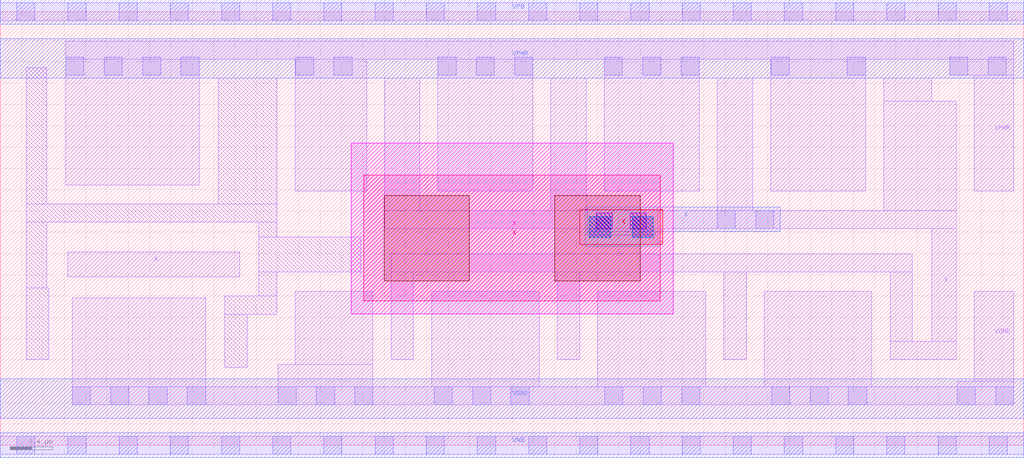
<source format=lef>
# Copyright 2020 The SkyWater PDK Authors
#
# Licensed under the Apache License, Version 2.0 (the "License");
# you may not use this file except in compliance with the License.
# You may obtain a copy of the License at
#
#     https://www.apache.org/licenses/LICENSE-2.0
#
# Unless required by applicable law or agreed to in writing, software
# distributed under the License is distributed on an "AS IS" BASIS,
# WITHOUT WARRANTIES OR CONDITIONS OF ANY KIND, either express or implied.
# See the License for the specific language governing permissions and
# limitations under the License.
#
# SPDX-License-Identifier: Apache-2.0

VERSION 5.5 ;
NAMESCASESENSITIVE ON ;
BUSBITCHARS "[]" ;
DIVIDERCHAR "/" ;
MACRO sky130_fd_sc_hvl__probe_p_8
  CLASS CORE ;
  SOURCE USER ;
  ORIGIN  0.000000  0.000000 ;
  SIZE  9.600000 BY  4.070000 ;
  SYMMETRY X Y ;
  SITE unithv ;
  PIN A
    ANTENNAGATEAREA  3.375000 ;
    DIRECTION INPUT ;
    USE SIGNAL ;
    PORT
      LAYER li1 ;
        RECT 0.635000 1.580000 2.245000 1.815000 ;
    END
  END A
  PIN X
    ANTENNAPARTIALMETALSIDEAREA  0.020000 ;
    DIRECTION OUTPUT ;
    USE SIGNAL ;
    PORT
      LAYER li1 ;
        RECT 3.605000 2.035000 8.965000 2.205000 ;
        RECT 3.605000 2.205000 3.935000 3.445000 ;
        RECT 3.665000 0.805000 3.875000 1.625000 ;
        RECT 3.665000 1.625000 8.555000 1.795000 ;
        RECT 5.165000 2.205000 5.495000 3.445000 ;
        RECT 5.225000 0.805000 5.435000 1.625000 ;
        RECT 6.725000 2.205000 7.055000 3.445000 ;
        RECT 6.785000 0.805000 6.995000 1.625000 ;
        RECT 8.285000 2.205000 8.965000 3.230000 ;
        RECT 8.285000 3.230000 8.735000 3.445000 ;
        RECT 8.345000 0.805000 8.965000 0.975000 ;
        RECT 8.345000 0.975000 8.555000 1.625000 ;
        RECT 8.735000 0.975000 8.965000 2.035000 ;
    END
    PORT
      LAYER met1 ;
        RECT 5.505000 1.975000 6.145000 2.005000 ;
        RECT 5.505000 2.005000 7.315000 2.235000 ;
    END
    PORT
      LAYER met2 ;
        RECT 5.485000 1.865000 6.165000 2.235000 ;
    END
    PORT
      LAYER met3 ;
        RECT 5.435000 1.885000 6.215000 2.215000 ;
    END
    PORT
      LAYER met4 ;
        RECT 3.410000 1.355000 6.190000 2.535000 ;
    END
    PORT
      LAYER met5 ;
        RECT 3.290000 1.235000 6.310000 2.835000 ;
    END
  END X
  PIN VGND
    DIRECTION INOUT ;
    USE GROUND ;
    PORT
      LAYER li1 ;
        RECT 0.675000 0.380000 9.505000 0.550000 ;
        RECT 0.675000 0.550000 1.925000 1.385000 ;
        RECT 2.605000 0.550000 3.495000 0.760000 ;
        RECT 2.765000 0.760000 3.495000 1.445000 ;
        RECT 4.045000 0.550000 5.055000 1.445000 ;
        RECT 5.605000 0.550000 6.615000 1.445000 ;
        RECT 7.165000 0.550000 8.175000 1.445000 ;
        RECT 8.975000 0.550000 9.505000 0.600000 ;
        RECT 9.135000 0.600000 9.505000 1.445000 ;
    END
    PORT
      LAYER met1 ;
        RECT 0.000000 0.255000 9.600000 0.625000 ;
    END
  END VGND
  PIN VNB
    DIRECTION INOUT ;
    USE GROUND ;
    PORT
      LAYER li1 ;
        RECT 0.000000 -0.085000 9.600000 0.085000 ;
    END
    PORT
      LAYER met1 ;
        RECT 0.000000 -0.115000 9.600000 0.115000 ;
    END
  END VNB
  PIN VPB
    DIRECTION INOUT ;
    USE POWER ;
    PORT
      LAYER li1 ;
        RECT 0.000000 3.985000 9.600000 4.155000 ;
    END
    PORT
      LAYER met1 ;
        RECT 0.000000 3.955000 9.600000 4.185000 ;
    END
  END VPB
  PIN VPWR
    DIRECTION INOUT ;
    USE POWER ;
    PORT
      LAYER li1 ;
        RECT 0.615000 2.445000 1.865000 3.625000 ;
        RECT 0.615000 3.625000 9.505000 3.795000 ;
        RECT 2.765000 2.385000 3.435000 3.625000 ;
        RECT 4.105000 2.385000 4.995000 3.625000 ;
        RECT 5.665000 2.385000 6.555000 3.625000 ;
        RECT 7.225000 2.385000 8.115000 3.625000 ;
        RECT 8.905000 3.475000 9.505000 3.625000 ;
        RECT 9.135000 2.385000 9.505000 3.475000 ;
    END
    PORT
      LAYER met1 ;
        RECT 0.000000 3.445000 9.600000 3.815000 ;
    END
  END VPWR
  OBS
    LAYER li1 ;
      RECT 0.245000 0.805000 0.455000 1.475000 ;
      RECT 0.245000 1.475000 0.435000 2.095000 ;
      RECT 0.245000 2.095000 2.595000 2.265000 ;
      RECT 0.245000 2.265000 0.435000 3.545000 ;
      RECT 2.045000 2.265000 2.595000 3.445000 ;
      RECT 2.105000 0.730000 2.315000 1.230000 ;
      RECT 2.105000 1.230000 2.595000 1.400000 ;
      RECT 2.425000 1.400000 2.595000 1.625000 ;
      RECT 2.425000 1.625000 3.380000 1.955000 ;
      RECT 2.425000 1.955000 2.595000 2.095000 ;
    LAYER mcon ;
      RECT 0.155000 -0.085000 0.325000 0.085000 ;
      RECT 0.155000  3.985000 0.325000 4.155000 ;
      RECT 0.615000  3.475000 0.785000 3.645000 ;
      RECT 0.635000 -0.085000 0.805000 0.085000 ;
      RECT 0.635000  3.985000 0.805000 4.155000 ;
      RECT 0.675000  0.380000 0.845000 0.550000 ;
      RECT 0.975000  3.475000 1.145000 3.645000 ;
      RECT 1.035000  0.380000 1.205000 0.550000 ;
      RECT 1.115000 -0.085000 1.285000 0.085000 ;
      RECT 1.115000  3.985000 1.285000 4.155000 ;
      RECT 1.335000  3.475000 1.505000 3.645000 ;
      RECT 1.395000  0.380000 1.565000 0.550000 ;
      RECT 1.595000 -0.085000 1.765000 0.085000 ;
      RECT 1.595000  3.985000 1.765000 4.155000 ;
      RECT 1.695000  3.475000 1.865000 3.645000 ;
      RECT 1.755000  0.380000 1.925000 0.550000 ;
      RECT 2.075000 -0.085000 2.245000 0.085000 ;
      RECT 2.075000  3.985000 2.245000 4.155000 ;
      RECT 2.555000 -0.085000 2.725000 0.085000 ;
      RECT 2.555000  3.985000 2.725000 4.155000 ;
      RECT 2.605000  0.380000 2.775000 0.550000 ;
      RECT 2.770000  3.475000 2.940000 3.645000 ;
      RECT 2.965000  0.380000 3.135000 0.550000 ;
      RECT 3.035000 -0.085000 3.205000 0.085000 ;
      RECT 3.035000  3.985000 3.205000 4.155000 ;
      RECT 3.130000  3.475000 3.300000 3.645000 ;
      RECT 3.325000  0.380000 3.495000 0.550000 ;
      RECT 3.515000 -0.085000 3.685000 0.085000 ;
      RECT 3.515000  3.985000 3.685000 4.155000 ;
      RECT 3.995000 -0.085000 4.165000 0.085000 ;
      RECT 3.995000  3.985000 4.165000 4.155000 ;
      RECT 4.070000  0.380000 4.240000 0.550000 ;
      RECT 4.105000  3.475000 4.275000 3.645000 ;
      RECT 4.430000  0.380000 4.600000 0.550000 ;
      RECT 4.465000  3.475000 4.635000 3.645000 ;
      RECT 4.475000 -0.085000 4.645000 0.085000 ;
      RECT 4.475000  3.985000 4.645000 4.155000 ;
      RECT 4.790000  0.380000 4.960000 0.550000 ;
      RECT 4.825000  3.475000 4.995000 3.645000 ;
      RECT 4.955000 -0.085000 5.125000 0.085000 ;
      RECT 4.955000  3.985000 5.125000 4.155000 ;
      RECT 5.435000 -0.085000 5.605000 0.085000 ;
      RECT 5.435000  3.985000 5.605000 4.155000 ;
      RECT 5.665000  3.475000 5.835000 3.645000 ;
      RECT 5.670000  0.380000 5.840000 0.550000 ;
      RECT 5.915000 -0.085000 6.085000 0.085000 ;
      RECT 5.915000  3.985000 6.085000 4.155000 ;
      RECT 6.025000  3.475000 6.195000 3.645000 ;
      RECT 6.030000  0.380000 6.200000 0.550000 ;
      RECT 6.385000  3.475000 6.555000 3.645000 ;
      RECT 6.390000  0.380000 6.560000 0.550000 ;
      RECT 6.395000 -0.085000 6.565000 0.085000 ;
      RECT 6.395000  3.985000 6.565000 4.155000 ;
      RECT 6.725000  2.035000 6.895000 2.205000 ;
      RECT 6.875000 -0.085000 7.045000 0.085000 ;
      RECT 6.875000  3.985000 7.045000 4.155000 ;
      RECT 7.085000  2.035000 7.255000 2.205000 ;
      RECT 7.230000  3.475000 7.400000 3.645000 ;
      RECT 7.235000  0.380000 7.405000 0.550000 ;
      RECT 7.355000 -0.085000 7.525000 0.085000 ;
      RECT 7.355000  3.985000 7.525000 4.155000 ;
      RECT 7.595000  0.380000 7.765000 0.550000 ;
      RECT 7.835000 -0.085000 8.005000 0.085000 ;
      RECT 7.835000  3.985000 8.005000 4.155000 ;
      RECT 7.945000  3.475000 8.115000 3.645000 ;
      RECT 7.955000  0.380000 8.125000 0.550000 ;
      RECT 8.315000 -0.085000 8.485000 0.085000 ;
      RECT 8.315000  3.985000 8.485000 4.155000 ;
      RECT 8.795000 -0.085000 8.965000 0.085000 ;
      RECT 8.795000  3.985000 8.965000 4.155000 ;
      RECT 8.905000  3.475000 9.075000 3.645000 ;
      RECT 8.975000  0.380000 9.145000 0.550000 ;
      RECT 9.265000  3.475000 9.435000 3.645000 ;
      RECT 9.275000 -0.085000 9.445000 0.085000 ;
      RECT 9.275000  3.985000 9.445000 4.155000 ;
      RECT 9.335000  0.380000 9.505000 0.550000 ;
    LAYER via ;
      RECT 5.590000 2.030000 5.740000 2.180000 ;
      RECT 5.910000 2.030000 6.060000 2.180000 ;
    LAYER via2 ;
      RECT 5.525000 1.950000 5.725000 2.150000 ;
      RECT 5.925000 1.950000 6.125000 2.150000 ;
    LAYER via3 ;
      RECT 5.525000 1.950000 5.725000 2.150000 ;
      RECT 5.925000 1.950000 6.125000 2.150000 ;
    LAYER via4 ;
      RECT 3.600000 1.545000 4.400000 2.345000 ;
      RECT 5.200000 1.545000 6.000000 2.345000 ;
  END
END sky130_fd_sc_hvl__probe_p_8
END LIBRARY

</source>
